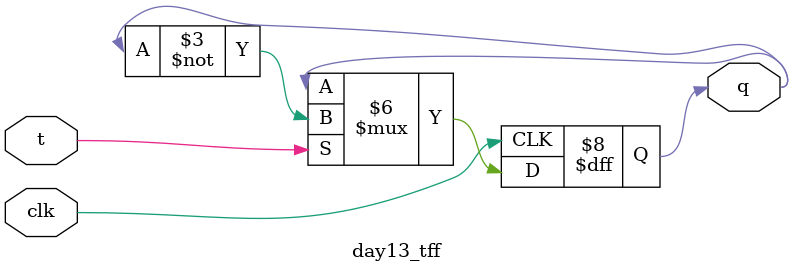
<source format=v>
`timescale 1ns / 1ps


module day13_tff(
    input t,
    input clk,
    output reg q
    );
    
    initial begin
     q = 1;
    end
    
    always@(negedge clk)
    begin
    if(t==1)
     q<= ~q;
    else
     q<= q;
    end
endmodule

</source>
